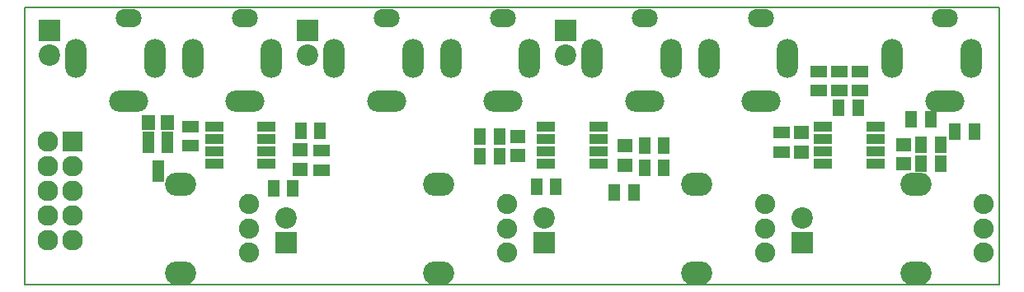
<source format=gts>
G04 #@! TF.FileFunction,Soldermask,Top*
%FSLAX46Y46*%
G04 Gerber Fmt 4.6, Leading zero omitted, Abs format (unit mm)*
G04 Created by KiCad (PCBNEW 4.0.5) date 08/02/17 20:53:55*
%MOMM*%
%LPD*%
G01*
G04 APERTURE LIST*
%ADD10C,0.100000*%
%ADD11C,0.150000*%
%ADD12R,1.200000X2.300000*%
%ADD13R,1.950000X1.000000*%
%ADD14R,2.200000X2.200000*%
%ADD15C,2.200000*%
%ADD16R,1.650000X1.400000*%
%ADD17R,1.400000X1.650000*%
%ADD18C,2.076400*%
%ADD19O,3.200000X2.400000*%
%ADD20R,2.127200X2.127200*%
%ADD21O,2.127200X2.127200*%
%ADD22R,1.700000X1.250000*%
%ADD23R,1.250000X1.700000*%
%ADD24O,4.000000X2.200000*%
%ADD25O,2.650000X1.900000*%
%ADD26O,2.200000X4.000000*%
G04 APERTURE END LIST*
D10*
D11*
X98501100Y-119238600D02*
X198501100Y-119238600D01*
X198501100Y-119238600D02*
X198501100Y-90768600D01*
X198501100Y-90768600D02*
X98501100Y-90768600D01*
X98501100Y-90768600D02*
X98501100Y-119238600D01*
D12*
X113100000Y-104600000D03*
X111200000Y-104600000D03*
X112150000Y-107600000D03*
D13*
X123300000Y-106805000D03*
X123300000Y-105535000D03*
X123300000Y-104265000D03*
X123300000Y-102995000D03*
X117900000Y-102995000D03*
X117900000Y-104265000D03*
X117900000Y-105535000D03*
X117900000Y-106805000D03*
X157400000Y-106805000D03*
X157400000Y-105535000D03*
X157400000Y-104265000D03*
X157400000Y-102995000D03*
X152000000Y-102995000D03*
X152000000Y-104265000D03*
X152000000Y-105535000D03*
X152000000Y-106805000D03*
X185800000Y-106805000D03*
X185800000Y-105535000D03*
X185800000Y-104265000D03*
X185800000Y-102995000D03*
X180400000Y-102995000D03*
X180400000Y-104265000D03*
X180400000Y-105535000D03*
X180400000Y-106805000D03*
D14*
X154000000Y-93100000D03*
D15*
X154000000Y-95640000D03*
D14*
X178300000Y-114940000D03*
D15*
X178300000Y-112400000D03*
D14*
X127500000Y-93100000D03*
D15*
X127500000Y-95640000D03*
D14*
X151800000Y-114940000D03*
D15*
X151800000Y-112400000D03*
D14*
X101000000Y-93100000D03*
D15*
X101000000Y-95640000D03*
D14*
X125300000Y-114940000D03*
D15*
X125300000Y-112400000D03*
D16*
X126700000Y-107400000D03*
X126700000Y-105400000D03*
X149100000Y-106000000D03*
X149100000Y-104000000D03*
X160100000Y-106950000D03*
X160100000Y-104950000D03*
X178200000Y-105600000D03*
X178200000Y-103600000D03*
X188700000Y-106850000D03*
X188700000Y-104850000D03*
D17*
X113150000Y-102600000D03*
X111150000Y-102600000D03*
D18*
X196950000Y-116000000D03*
X196950000Y-113500000D03*
X196950000Y-111000000D03*
D19*
X189950000Y-108900000D03*
X189950000Y-118100000D03*
D18*
X174500000Y-116000000D03*
X174500000Y-113500000D03*
X174500000Y-111000000D03*
D19*
X167500000Y-108900000D03*
X167500000Y-118100000D03*
D18*
X148000000Y-116000000D03*
X148000000Y-113500000D03*
X148000000Y-111000000D03*
D19*
X141000000Y-108900000D03*
X141000000Y-118100000D03*
D18*
X121500000Y-116000000D03*
X121500000Y-113500000D03*
X121500000Y-111000000D03*
D19*
X114500000Y-108900000D03*
X114500000Y-118100000D03*
D20*
X103400000Y-104500000D03*
D21*
X100860000Y-104500000D03*
X103400000Y-107040000D03*
X100860000Y-107040000D03*
X103400000Y-109580000D03*
X100860000Y-109580000D03*
X103400000Y-112120000D03*
X100860000Y-112120000D03*
X103400000Y-114660000D03*
X100860000Y-114660000D03*
D22*
X115500000Y-103000000D03*
X115500000Y-105000000D03*
D23*
X191500000Y-102250000D03*
X189500000Y-102250000D03*
X184050000Y-101050000D03*
X182050000Y-101050000D03*
X192500000Y-106850000D03*
X190500000Y-106850000D03*
X192500000Y-104850000D03*
X190500000Y-104850000D03*
X194000000Y-103550000D03*
X196000000Y-103550000D03*
D22*
X176200000Y-105600000D03*
X176200000Y-103600000D03*
D23*
X164100000Y-107250000D03*
X162100000Y-107250000D03*
X159000000Y-109800000D03*
X161000000Y-109800000D03*
D22*
X180000000Y-97300000D03*
X180000000Y-99300000D03*
D23*
X164100000Y-104950000D03*
X162100000Y-104950000D03*
X145200000Y-106100000D03*
X147200000Y-106100000D03*
X153000000Y-109200000D03*
X151000000Y-109200000D03*
X145200000Y-104000000D03*
X147200000Y-104000000D03*
D22*
X128900000Y-105500000D03*
X128900000Y-107500000D03*
D23*
X124000000Y-109400000D03*
X126000000Y-109400000D03*
D22*
X184200000Y-97300000D03*
X184200000Y-99300000D03*
D23*
X128800000Y-103400000D03*
X126800000Y-103400000D03*
D22*
X182100000Y-97300000D03*
X182100000Y-99300000D03*
D24*
X109100000Y-100400000D03*
D25*
X109100000Y-91800000D03*
D26*
X111800000Y-96000000D03*
X103700000Y-96000000D03*
D24*
X135600000Y-100400000D03*
D25*
X135600000Y-91800000D03*
D26*
X138300000Y-96000000D03*
X130200000Y-96000000D03*
D24*
X162100000Y-100400000D03*
D25*
X162100000Y-91800000D03*
D26*
X164800000Y-96000000D03*
X156700000Y-96000000D03*
D24*
X192950000Y-100400000D03*
D25*
X192950000Y-91800000D03*
D26*
X195650000Y-96000000D03*
X187550000Y-96000000D03*
D24*
X121100000Y-100400000D03*
D25*
X121100000Y-91800000D03*
D26*
X123800000Y-96000000D03*
X115700000Y-96000000D03*
D24*
X147600000Y-100400000D03*
D25*
X147600000Y-91800000D03*
D26*
X150300000Y-96000000D03*
X142200000Y-96000000D03*
D24*
X174100000Y-100400000D03*
D25*
X174100000Y-91800000D03*
D26*
X176800000Y-96000000D03*
X168700000Y-96000000D03*
M02*

</source>
